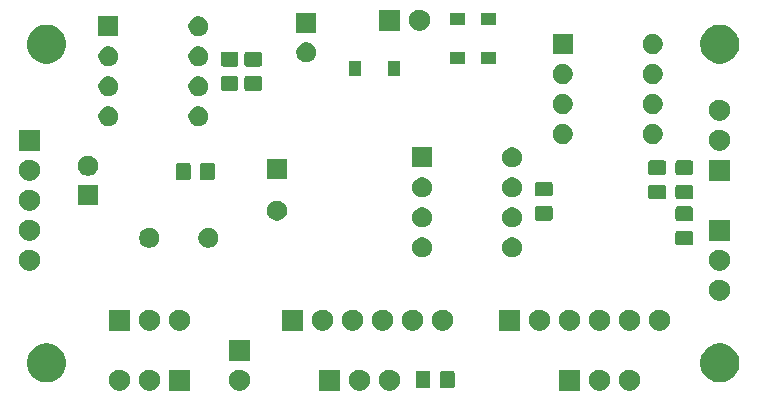
<source format=gbr>
G04 #@! TF.GenerationSoftware,KiCad,Pcbnew,(5.1.5)-3*
G04 #@! TF.CreationDate,2020-02-22T22:04:57-05:00*
G04 #@! TF.ProjectId,Semiparametric-EQ,53656d69-7061-4726-916d-65747269632d,rev?*
G04 #@! TF.SameCoordinates,Original*
G04 #@! TF.FileFunction,Soldermask,Top*
G04 #@! TF.FilePolarity,Negative*
%FSLAX46Y46*%
G04 Gerber Fmt 4.6, Leading zero omitted, Abs format (unit mm)*
G04 Created by KiCad (PCBNEW (5.1.5)-3) date 2020-02-22 22:04:57*
%MOMM*%
%LPD*%
G04 APERTURE LIST*
%ADD10C,0.100000*%
G04 APERTURE END LIST*
D10*
G36*
X53453512Y3436073D02*
G01*
X53602812Y3406376D01*
X53766784Y3338456D01*
X53914354Y3239853D01*
X54039853Y3114354D01*
X54138456Y2966784D01*
X54206376Y2802812D01*
X54241000Y2628741D01*
X54241000Y2451259D01*
X54206376Y2277188D01*
X54138456Y2113216D01*
X54039853Y1965646D01*
X53914354Y1840147D01*
X53766784Y1741544D01*
X53602812Y1673624D01*
X53453512Y1643927D01*
X53428742Y1639000D01*
X53251258Y1639000D01*
X53226488Y1643927D01*
X53077188Y1673624D01*
X52913216Y1741544D01*
X52765646Y1840147D01*
X52640147Y1965646D01*
X52541544Y2113216D01*
X52473624Y2277188D01*
X52439000Y2451259D01*
X52439000Y2628741D01*
X52473624Y2802812D01*
X52541544Y2966784D01*
X52640147Y3114354D01*
X52765646Y3239853D01*
X52913216Y3338456D01*
X53077188Y3406376D01*
X53226488Y3436073D01*
X53251258Y3441000D01*
X53428742Y3441000D01*
X53453512Y3436073D01*
G37*
G36*
X50913512Y3436073D02*
G01*
X51062812Y3406376D01*
X51226784Y3338456D01*
X51374354Y3239853D01*
X51499853Y3114354D01*
X51598456Y2966784D01*
X51666376Y2802812D01*
X51701000Y2628741D01*
X51701000Y2451259D01*
X51666376Y2277188D01*
X51598456Y2113216D01*
X51499853Y1965646D01*
X51374354Y1840147D01*
X51226784Y1741544D01*
X51062812Y1673624D01*
X50913512Y1643927D01*
X50888742Y1639000D01*
X50711258Y1639000D01*
X50686488Y1643927D01*
X50537188Y1673624D01*
X50373216Y1741544D01*
X50225646Y1840147D01*
X50100147Y1965646D01*
X50001544Y2113216D01*
X49933624Y2277188D01*
X49899000Y2451259D01*
X49899000Y2628741D01*
X49933624Y2802812D01*
X50001544Y2966784D01*
X50100147Y3114354D01*
X50225646Y3239853D01*
X50373216Y3338456D01*
X50537188Y3406376D01*
X50686488Y3436073D01*
X50711258Y3441000D01*
X50888742Y3441000D01*
X50913512Y3436073D01*
G37*
G36*
X20433512Y3436073D02*
G01*
X20582812Y3406376D01*
X20746784Y3338456D01*
X20894354Y3239853D01*
X21019853Y3114354D01*
X21118456Y2966784D01*
X21186376Y2802812D01*
X21221000Y2628741D01*
X21221000Y2451259D01*
X21186376Y2277188D01*
X21118456Y2113216D01*
X21019853Y1965646D01*
X20894354Y1840147D01*
X20746784Y1741544D01*
X20582812Y1673624D01*
X20433512Y1643927D01*
X20408742Y1639000D01*
X20231258Y1639000D01*
X20206488Y1643927D01*
X20057188Y1673624D01*
X19893216Y1741544D01*
X19745646Y1840147D01*
X19620147Y1965646D01*
X19521544Y2113216D01*
X19453624Y2277188D01*
X19419000Y2451259D01*
X19419000Y2628741D01*
X19453624Y2802812D01*
X19521544Y2966784D01*
X19620147Y3114354D01*
X19745646Y3239853D01*
X19893216Y3338456D01*
X20057188Y3406376D01*
X20206488Y3436073D01*
X20231258Y3441000D01*
X20408742Y3441000D01*
X20433512Y3436073D01*
G37*
G36*
X49161000Y1639000D02*
G01*
X47359000Y1639000D01*
X47359000Y3441000D01*
X49161000Y3441000D01*
X49161000Y1639000D01*
G37*
G36*
X33133512Y3436073D02*
G01*
X33282812Y3406376D01*
X33446784Y3338456D01*
X33594354Y3239853D01*
X33719853Y3114354D01*
X33818456Y2966784D01*
X33886376Y2802812D01*
X33921000Y2628741D01*
X33921000Y2451259D01*
X33886376Y2277188D01*
X33818456Y2113216D01*
X33719853Y1965646D01*
X33594354Y1840147D01*
X33446784Y1741544D01*
X33282812Y1673624D01*
X33133512Y1643927D01*
X33108742Y1639000D01*
X32931258Y1639000D01*
X32906488Y1643927D01*
X32757188Y1673624D01*
X32593216Y1741544D01*
X32445646Y1840147D01*
X32320147Y1965646D01*
X32221544Y2113216D01*
X32153624Y2277188D01*
X32119000Y2451259D01*
X32119000Y2628741D01*
X32153624Y2802812D01*
X32221544Y2966784D01*
X32320147Y3114354D01*
X32445646Y3239853D01*
X32593216Y3338456D01*
X32757188Y3406376D01*
X32906488Y3436073D01*
X32931258Y3441000D01*
X33108742Y3441000D01*
X33133512Y3436073D01*
G37*
G36*
X30593512Y3436073D02*
G01*
X30742812Y3406376D01*
X30906784Y3338456D01*
X31054354Y3239853D01*
X31179853Y3114354D01*
X31278456Y2966784D01*
X31346376Y2802812D01*
X31381000Y2628741D01*
X31381000Y2451259D01*
X31346376Y2277188D01*
X31278456Y2113216D01*
X31179853Y1965646D01*
X31054354Y1840147D01*
X30906784Y1741544D01*
X30742812Y1673624D01*
X30593512Y1643927D01*
X30568742Y1639000D01*
X30391258Y1639000D01*
X30366488Y1643927D01*
X30217188Y1673624D01*
X30053216Y1741544D01*
X29905646Y1840147D01*
X29780147Y1965646D01*
X29681544Y2113216D01*
X29613624Y2277188D01*
X29579000Y2451259D01*
X29579000Y2628741D01*
X29613624Y2802812D01*
X29681544Y2966784D01*
X29780147Y3114354D01*
X29905646Y3239853D01*
X30053216Y3338456D01*
X30217188Y3406376D01*
X30366488Y3436073D01*
X30391258Y3441000D01*
X30568742Y3441000D01*
X30593512Y3436073D01*
G37*
G36*
X16141000Y1639000D02*
G01*
X14339000Y1639000D01*
X14339000Y3441000D01*
X16141000Y3441000D01*
X16141000Y1639000D01*
G37*
G36*
X12813512Y3436073D02*
G01*
X12962812Y3406376D01*
X13126784Y3338456D01*
X13274354Y3239853D01*
X13399853Y3114354D01*
X13498456Y2966784D01*
X13566376Y2802812D01*
X13601000Y2628741D01*
X13601000Y2451259D01*
X13566376Y2277188D01*
X13498456Y2113216D01*
X13399853Y1965646D01*
X13274354Y1840147D01*
X13126784Y1741544D01*
X12962812Y1673624D01*
X12813512Y1643927D01*
X12788742Y1639000D01*
X12611258Y1639000D01*
X12586488Y1643927D01*
X12437188Y1673624D01*
X12273216Y1741544D01*
X12125646Y1840147D01*
X12000147Y1965646D01*
X11901544Y2113216D01*
X11833624Y2277188D01*
X11799000Y2451259D01*
X11799000Y2628741D01*
X11833624Y2802812D01*
X11901544Y2966784D01*
X12000147Y3114354D01*
X12125646Y3239853D01*
X12273216Y3338456D01*
X12437188Y3406376D01*
X12586488Y3436073D01*
X12611258Y3441000D01*
X12788742Y3441000D01*
X12813512Y3436073D01*
G37*
G36*
X10273512Y3436073D02*
G01*
X10422812Y3406376D01*
X10586784Y3338456D01*
X10734354Y3239853D01*
X10859853Y3114354D01*
X10958456Y2966784D01*
X11026376Y2802812D01*
X11061000Y2628741D01*
X11061000Y2451259D01*
X11026376Y2277188D01*
X10958456Y2113216D01*
X10859853Y1965646D01*
X10734354Y1840147D01*
X10586784Y1741544D01*
X10422812Y1673624D01*
X10273512Y1643927D01*
X10248742Y1639000D01*
X10071258Y1639000D01*
X10046488Y1643927D01*
X9897188Y1673624D01*
X9733216Y1741544D01*
X9585646Y1840147D01*
X9460147Y1965646D01*
X9361544Y2113216D01*
X9293624Y2277188D01*
X9259000Y2451259D01*
X9259000Y2628741D01*
X9293624Y2802812D01*
X9361544Y2966784D01*
X9460147Y3114354D01*
X9585646Y3239853D01*
X9733216Y3338456D01*
X9897188Y3406376D01*
X10046488Y3436073D01*
X10071258Y3441000D01*
X10248742Y3441000D01*
X10273512Y3436073D01*
G37*
G36*
X28841000Y1639000D02*
G01*
X27039000Y1639000D01*
X27039000Y3441000D01*
X28841000Y3441000D01*
X28841000Y1639000D01*
G37*
G36*
X36338674Y3346535D02*
G01*
X36376367Y3335101D01*
X36411103Y3316534D01*
X36441548Y3291548D01*
X36466534Y3261103D01*
X36485101Y3226367D01*
X36496535Y3188674D01*
X36501000Y3143339D01*
X36501000Y2056661D01*
X36496535Y2011326D01*
X36485101Y1973633D01*
X36466534Y1938897D01*
X36441548Y1908452D01*
X36411103Y1883466D01*
X36376367Y1864899D01*
X36338674Y1853465D01*
X36293339Y1849000D01*
X35456661Y1849000D01*
X35411326Y1853465D01*
X35373633Y1864899D01*
X35338897Y1883466D01*
X35308452Y1908452D01*
X35283466Y1938897D01*
X35264899Y1973633D01*
X35253465Y2011326D01*
X35249000Y2056661D01*
X35249000Y3143339D01*
X35253465Y3188674D01*
X35264899Y3226367D01*
X35283466Y3261103D01*
X35308452Y3291548D01*
X35338897Y3316534D01*
X35373633Y3335101D01*
X35411326Y3346535D01*
X35456661Y3351000D01*
X36293339Y3351000D01*
X36338674Y3346535D01*
G37*
G36*
X38388674Y3346535D02*
G01*
X38426367Y3335101D01*
X38461103Y3316534D01*
X38491548Y3291548D01*
X38516534Y3261103D01*
X38535101Y3226367D01*
X38546535Y3188674D01*
X38551000Y3143339D01*
X38551000Y2056661D01*
X38546535Y2011326D01*
X38535101Y1973633D01*
X38516534Y1938897D01*
X38491548Y1908452D01*
X38461103Y1883466D01*
X38426367Y1864899D01*
X38388674Y1853465D01*
X38343339Y1849000D01*
X37506661Y1849000D01*
X37461326Y1853465D01*
X37423633Y1864899D01*
X37388897Y1883466D01*
X37358452Y1908452D01*
X37333466Y1938897D01*
X37314899Y1973633D01*
X37303465Y2011326D01*
X37299000Y2056661D01*
X37299000Y3143339D01*
X37303465Y3188674D01*
X37314899Y3226367D01*
X37333466Y3261103D01*
X37358452Y3291548D01*
X37388897Y3316534D01*
X37423633Y3335101D01*
X37461326Y3346535D01*
X37506661Y3351000D01*
X38343339Y3351000D01*
X38388674Y3346535D01*
G37*
G36*
X4375256Y5608702D02*
G01*
X4481579Y5587553D01*
X4782042Y5463097D01*
X5052451Y5282415D01*
X5282415Y5052451D01*
X5463097Y4782042D01*
X5587553Y4481579D01*
X5651000Y4162609D01*
X5651000Y3837391D01*
X5587553Y3518421D01*
X5463097Y3217958D01*
X5282415Y2947549D01*
X5052451Y2717585D01*
X4782042Y2536903D01*
X4481579Y2412447D01*
X4375256Y2391298D01*
X4162611Y2349000D01*
X3837389Y2349000D01*
X3624744Y2391298D01*
X3518421Y2412447D01*
X3217958Y2536903D01*
X2947549Y2717585D01*
X2717585Y2947549D01*
X2536903Y3217958D01*
X2412447Y3518421D01*
X2349000Y3837391D01*
X2349000Y4162609D01*
X2412447Y4481579D01*
X2536903Y4782042D01*
X2717585Y5052451D01*
X2947549Y5282415D01*
X3217958Y5463097D01*
X3518421Y5587553D01*
X3624744Y5608702D01*
X3837389Y5651000D01*
X4162611Y5651000D01*
X4375256Y5608702D01*
G37*
G36*
X61375256Y5608702D02*
G01*
X61481579Y5587553D01*
X61782042Y5463097D01*
X62052451Y5282415D01*
X62282415Y5052451D01*
X62463097Y4782042D01*
X62587553Y4481579D01*
X62651000Y4162609D01*
X62651000Y3837391D01*
X62587553Y3518421D01*
X62463097Y3217958D01*
X62282415Y2947549D01*
X62052451Y2717585D01*
X61782042Y2536903D01*
X61481579Y2412447D01*
X61375256Y2391298D01*
X61162611Y2349000D01*
X60837389Y2349000D01*
X60624744Y2391298D01*
X60518421Y2412447D01*
X60217958Y2536903D01*
X59947549Y2717585D01*
X59717585Y2947549D01*
X59536903Y3217958D01*
X59412447Y3518421D01*
X59349000Y3837391D01*
X59349000Y4162609D01*
X59412447Y4481579D01*
X59536903Y4782042D01*
X59717585Y5052451D01*
X59947549Y5282415D01*
X60217958Y5463097D01*
X60518421Y5587553D01*
X60624744Y5608702D01*
X60837389Y5651000D01*
X61162611Y5651000D01*
X61375256Y5608702D01*
G37*
G36*
X21221000Y4179000D02*
G01*
X19419000Y4179000D01*
X19419000Y5981000D01*
X21221000Y5981000D01*
X21221000Y4179000D01*
G37*
G36*
X53453512Y8516073D02*
G01*
X53602812Y8486376D01*
X53766784Y8418456D01*
X53914354Y8319853D01*
X54039853Y8194354D01*
X54138456Y8046784D01*
X54206376Y7882812D01*
X54241000Y7708741D01*
X54241000Y7531259D01*
X54206376Y7357188D01*
X54138456Y7193216D01*
X54039853Y7045646D01*
X53914354Y6920147D01*
X53766784Y6821544D01*
X53602812Y6753624D01*
X53453512Y6723927D01*
X53428742Y6719000D01*
X53251258Y6719000D01*
X53226488Y6723927D01*
X53077188Y6753624D01*
X52913216Y6821544D01*
X52765646Y6920147D01*
X52640147Y7045646D01*
X52541544Y7193216D01*
X52473624Y7357188D01*
X52439000Y7531259D01*
X52439000Y7708741D01*
X52473624Y7882812D01*
X52541544Y8046784D01*
X52640147Y8194354D01*
X52765646Y8319853D01*
X52913216Y8418456D01*
X53077188Y8486376D01*
X53226488Y8516073D01*
X53251258Y8521000D01*
X53428742Y8521000D01*
X53453512Y8516073D01*
G37*
G36*
X50913512Y8516073D02*
G01*
X51062812Y8486376D01*
X51226784Y8418456D01*
X51374354Y8319853D01*
X51499853Y8194354D01*
X51598456Y8046784D01*
X51666376Y7882812D01*
X51701000Y7708741D01*
X51701000Y7531259D01*
X51666376Y7357188D01*
X51598456Y7193216D01*
X51499853Y7045646D01*
X51374354Y6920147D01*
X51226784Y6821544D01*
X51062812Y6753624D01*
X50913512Y6723927D01*
X50888742Y6719000D01*
X50711258Y6719000D01*
X50686488Y6723927D01*
X50537188Y6753624D01*
X50373216Y6821544D01*
X50225646Y6920147D01*
X50100147Y7045646D01*
X50001544Y7193216D01*
X49933624Y7357188D01*
X49899000Y7531259D01*
X49899000Y7708741D01*
X49933624Y7882812D01*
X50001544Y8046784D01*
X50100147Y8194354D01*
X50225646Y8319853D01*
X50373216Y8418456D01*
X50537188Y8486376D01*
X50686488Y8516073D01*
X50711258Y8521000D01*
X50888742Y8521000D01*
X50913512Y8516073D01*
G37*
G36*
X55993512Y8516073D02*
G01*
X56142812Y8486376D01*
X56306784Y8418456D01*
X56454354Y8319853D01*
X56579853Y8194354D01*
X56678456Y8046784D01*
X56746376Y7882812D01*
X56781000Y7708741D01*
X56781000Y7531259D01*
X56746376Y7357188D01*
X56678456Y7193216D01*
X56579853Y7045646D01*
X56454354Y6920147D01*
X56306784Y6821544D01*
X56142812Y6753624D01*
X55993512Y6723927D01*
X55968742Y6719000D01*
X55791258Y6719000D01*
X55766488Y6723927D01*
X55617188Y6753624D01*
X55453216Y6821544D01*
X55305646Y6920147D01*
X55180147Y7045646D01*
X55081544Y7193216D01*
X55013624Y7357188D01*
X54979000Y7531259D01*
X54979000Y7708741D01*
X55013624Y7882812D01*
X55081544Y8046784D01*
X55180147Y8194354D01*
X55305646Y8319853D01*
X55453216Y8418456D01*
X55617188Y8486376D01*
X55766488Y8516073D01*
X55791258Y8521000D01*
X55968742Y8521000D01*
X55993512Y8516073D01*
G37*
G36*
X48373512Y8516073D02*
G01*
X48522812Y8486376D01*
X48686784Y8418456D01*
X48834354Y8319853D01*
X48959853Y8194354D01*
X49058456Y8046784D01*
X49126376Y7882812D01*
X49161000Y7708741D01*
X49161000Y7531259D01*
X49126376Y7357188D01*
X49058456Y7193216D01*
X48959853Y7045646D01*
X48834354Y6920147D01*
X48686784Y6821544D01*
X48522812Y6753624D01*
X48373512Y6723927D01*
X48348742Y6719000D01*
X48171258Y6719000D01*
X48146488Y6723927D01*
X47997188Y6753624D01*
X47833216Y6821544D01*
X47685646Y6920147D01*
X47560147Y7045646D01*
X47461544Y7193216D01*
X47393624Y7357188D01*
X47359000Y7531259D01*
X47359000Y7708741D01*
X47393624Y7882812D01*
X47461544Y8046784D01*
X47560147Y8194354D01*
X47685646Y8319853D01*
X47833216Y8418456D01*
X47997188Y8486376D01*
X48146488Y8516073D01*
X48171258Y8521000D01*
X48348742Y8521000D01*
X48373512Y8516073D01*
G37*
G36*
X45833512Y8516073D02*
G01*
X45982812Y8486376D01*
X46146784Y8418456D01*
X46294354Y8319853D01*
X46419853Y8194354D01*
X46518456Y8046784D01*
X46586376Y7882812D01*
X46621000Y7708741D01*
X46621000Y7531259D01*
X46586376Y7357188D01*
X46518456Y7193216D01*
X46419853Y7045646D01*
X46294354Y6920147D01*
X46146784Y6821544D01*
X45982812Y6753624D01*
X45833512Y6723927D01*
X45808742Y6719000D01*
X45631258Y6719000D01*
X45606488Y6723927D01*
X45457188Y6753624D01*
X45293216Y6821544D01*
X45145646Y6920147D01*
X45020147Y7045646D01*
X44921544Y7193216D01*
X44853624Y7357188D01*
X44819000Y7531259D01*
X44819000Y7708741D01*
X44853624Y7882812D01*
X44921544Y8046784D01*
X45020147Y8194354D01*
X45145646Y8319853D01*
X45293216Y8418456D01*
X45457188Y8486376D01*
X45606488Y8516073D01*
X45631258Y8521000D01*
X45808742Y8521000D01*
X45833512Y8516073D01*
G37*
G36*
X44081000Y6719000D02*
G01*
X42279000Y6719000D01*
X42279000Y8521000D01*
X44081000Y8521000D01*
X44081000Y6719000D01*
G37*
G36*
X15353512Y8516073D02*
G01*
X15502812Y8486376D01*
X15666784Y8418456D01*
X15814354Y8319853D01*
X15939853Y8194354D01*
X16038456Y8046784D01*
X16106376Y7882812D01*
X16141000Y7708741D01*
X16141000Y7531259D01*
X16106376Y7357188D01*
X16038456Y7193216D01*
X15939853Y7045646D01*
X15814354Y6920147D01*
X15666784Y6821544D01*
X15502812Y6753624D01*
X15353512Y6723927D01*
X15328742Y6719000D01*
X15151258Y6719000D01*
X15126488Y6723927D01*
X14977188Y6753624D01*
X14813216Y6821544D01*
X14665646Y6920147D01*
X14540147Y7045646D01*
X14441544Y7193216D01*
X14373624Y7357188D01*
X14339000Y7531259D01*
X14339000Y7708741D01*
X14373624Y7882812D01*
X14441544Y8046784D01*
X14540147Y8194354D01*
X14665646Y8319853D01*
X14813216Y8418456D01*
X14977188Y8486376D01*
X15126488Y8516073D01*
X15151258Y8521000D01*
X15328742Y8521000D01*
X15353512Y8516073D01*
G37*
G36*
X11061000Y6719000D02*
G01*
X9259000Y6719000D01*
X9259000Y8521000D01*
X11061000Y8521000D01*
X11061000Y6719000D01*
G37*
G36*
X37653512Y8516073D02*
G01*
X37802812Y8486376D01*
X37966784Y8418456D01*
X38114354Y8319853D01*
X38239853Y8194354D01*
X38338456Y8046784D01*
X38406376Y7882812D01*
X38441000Y7708741D01*
X38441000Y7531259D01*
X38406376Y7357188D01*
X38338456Y7193216D01*
X38239853Y7045646D01*
X38114354Y6920147D01*
X37966784Y6821544D01*
X37802812Y6753624D01*
X37653512Y6723927D01*
X37628742Y6719000D01*
X37451258Y6719000D01*
X37426488Y6723927D01*
X37277188Y6753624D01*
X37113216Y6821544D01*
X36965646Y6920147D01*
X36840147Y7045646D01*
X36741544Y7193216D01*
X36673624Y7357188D01*
X36639000Y7531259D01*
X36639000Y7708741D01*
X36673624Y7882812D01*
X36741544Y8046784D01*
X36840147Y8194354D01*
X36965646Y8319853D01*
X37113216Y8418456D01*
X37277188Y8486376D01*
X37426488Y8516073D01*
X37451258Y8521000D01*
X37628742Y8521000D01*
X37653512Y8516073D01*
G37*
G36*
X35113512Y8516073D02*
G01*
X35262812Y8486376D01*
X35426784Y8418456D01*
X35574354Y8319853D01*
X35699853Y8194354D01*
X35798456Y8046784D01*
X35866376Y7882812D01*
X35901000Y7708741D01*
X35901000Y7531259D01*
X35866376Y7357188D01*
X35798456Y7193216D01*
X35699853Y7045646D01*
X35574354Y6920147D01*
X35426784Y6821544D01*
X35262812Y6753624D01*
X35113512Y6723927D01*
X35088742Y6719000D01*
X34911258Y6719000D01*
X34886488Y6723927D01*
X34737188Y6753624D01*
X34573216Y6821544D01*
X34425646Y6920147D01*
X34300147Y7045646D01*
X34201544Y7193216D01*
X34133624Y7357188D01*
X34099000Y7531259D01*
X34099000Y7708741D01*
X34133624Y7882812D01*
X34201544Y8046784D01*
X34300147Y8194354D01*
X34425646Y8319853D01*
X34573216Y8418456D01*
X34737188Y8486376D01*
X34886488Y8516073D01*
X34911258Y8521000D01*
X35088742Y8521000D01*
X35113512Y8516073D01*
G37*
G36*
X25741000Y6719000D02*
G01*
X23939000Y6719000D01*
X23939000Y8521000D01*
X25741000Y8521000D01*
X25741000Y6719000D01*
G37*
G36*
X27493512Y8516073D02*
G01*
X27642812Y8486376D01*
X27806784Y8418456D01*
X27954354Y8319853D01*
X28079853Y8194354D01*
X28178456Y8046784D01*
X28246376Y7882812D01*
X28281000Y7708741D01*
X28281000Y7531259D01*
X28246376Y7357188D01*
X28178456Y7193216D01*
X28079853Y7045646D01*
X27954354Y6920147D01*
X27806784Y6821544D01*
X27642812Y6753624D01*
X27493512Y6723927D01*
X27468742Y6719000D01*
X27291258Y6719000D01*
X27266488Y6723927D01*
X27117188Y6753624D01*
X26953216Y6821544D01*
X26805646Y6920147D01*
X26680147Y7045646D01*
X26581544Y7193216D01*
X26513624Y7357188D01*
X26479000Y7531259D01*
X26479000Y7708741D01*
X26513624Y7882812D01*
X26581544Y8046784D01*
X26680147Y8194354D01*
X26805646Y8319853D01*
X26953216Y8418456D01*
X27117188Y8486376D01*
X27266488Y8516073D01*
X27291258Y8521000D01*
X27468742Y8521000D01*
X27493512Y8516073D01*
G37*
G36*
X30033512Y8516073D02*
G01*
X30182812Y8486376D01*
X30346784Y8418456D01*
X30494354Y8319853D01*
X30619853Y8194354D01*
X30718456Y8046784D01*
X30786376Y7882812D01*
X30821000Y7708741D01*
X30821000Y7531259D01*
X30786376Y7357188D01*
X30718456Y7193216D01*
X30619853Y7045646D01*
X30494354Y6920147D01*
X30346784Y6821544D01*
X30182812Y6753624D01*
X30033512Y6723927D01*
X30008742Y6719000D01*
X29831258Y6719000D01*
X29806488Y6723927D01*
X29657188Y6753624D01*
X29493216Y6821544D01*
X29345646Y6920147D01*
X29220147Y7045646D01*
X29121544Y7193216D01*
X29053624Y7357188D01*
X29019000Y7531259D01*
X29019000Y7708741D01*
X29053624Y7882812D01*
X29121544Y8046784D01*
X29220147Y8194354D01*
X29345646Y8319853D01*
X29493216Y8418456D01*
X29657188Y8486376D01*
X29806488Y8516073D01*
X29831258Y8521000D01*
X30008742Y8521000D01*
X30033512Y8516073D01*
G37*
G36*
X32573512Y8516073D02*
G01*
X32722812Y8486376D01*
X32886784Y8418456D01*
X33034354Y8319853D01*
X33159853Y8194354D01*
X33258456Y8046784D01*
X33326376Y7882812D01*
X33361000Y7708741D01*
X33361000Y7531259D01*
X33326376Y7357188D01*
X33258456Y7193216D01*
X33159853Y7045646D01*
X33034354Y6920147D01*
X32886784Y6821544D01*
X32722812Y6753624D01*
X32573512Y6723927D01*
X32548742Y6719000D01*
X32371258Y6719000D01*
X32346488Y6723927D01*
X32197188Y6753624D01*
X32033216Y6821544D01*
X31885646Y6920147D01*
X31760147Y7045646D01*
X31661544Y7193216D01*
X31593624Y7357188D01*
X31559000Y7531259D01*
X31559000Y7708741D01*
X31593624Y7882812D01*
X31661544Y8046784D01*
X31760147Y8194354D01*
X31885646Y8319853D01*
X32033216Y8418456D01*
X32197188Y8486376D01*
X32346488Y8516073D01*
X32371258Y8521000D01*
X32548742Y8521000D01*
X32573512Y8516073D01*
G37*
G36*
X12813512Y8516073D02*
G01*
X12962812Y8486376D01*
X13126784Y8418456D01*
X13274354Y8319853D01*
X13399853Y8194354D01*
X13498456Y8046784D01*
X13566376Y7882812D01*
X13601000Y7708741D01*
X13601000Y7531259D01*
X13566376Y7357188D01*
X13498456Y7193216D01*
X13399853Y7045646D01*
X13274354Y6920147D01*
X13126784Y6821544D01*
X12962812Y6753624D01*
X12813512Y6723927D01*
X12788742Y6719000D01*
X12611258Y6719000D01*
X12586488Y6723927D01*
X12437188Y6753624D01*
X12273216Y6821544D01*
X12125646Y6920147D01*
X12000147Y7045646D01*
X11901544Y7193216D01*
X11833624Y7357188D01*
X11799000Y7531259D01*
X11799000Y7708741D01*
X11833624Y7882812D01*
X11901544Y8046784D01*
X12000147Y8194354D01*
X12125646Y8319853D01*
X12273216Y8418456D01*
X12437188Y8486376D01*
X12586488Y8516073D01*
X12611258Y8521000D01*
X12788742Y8521000D01*
X12813512Y8516073D01*
G37*
G36*
X61073512Y11056073D02*
G01*
X61222812Y11026376D01*
X61386784Y10958456D01*
X61534354Y10859853D01*
X61659853Y10734354D01*
X61758456Y10586784D01*
X61826376Y10422812D01*
X61861000Y10248741D01*
X61861000Y10071259D01*
X61826376Y9897188D01*
X61758456Y9733216D01*
X61659853Y9585646D01*
X61534354Y9460147D01*
X61386784Y9361544D01*
X61222812Y9293624D01*
X61073512Y9263927D01*
X61048742Y9259000D01*
X60871258Y9259000D01*
X60846488Y9263927D01*
X60697188Y9293624D01*
X60533216Y9361544D01*
X60385646Y9460147D01*
X60260147Y9585646D01*
X60161544Y9733216D01*
X60093624Y9897188D01*
X60059000Y10071259D01*
X60059000Y10248741D01*
X60093624Y10422812D01*
X60161544Y10586784D01*
X60260147Y10734354D01*
X60385646Y10859853D01*
X60533216Y10958456D01*
X60697188Y11026376D01*
X60846488Y11056073D01*
X60871258Y11061000D01*
X61048742Y11061000D01*
X61073512Y11056073D01*
G37*
G36*
X61073512Y13596073D02*
G01*
X61222812Y13566376D01*
X61386784Y13498456D01*
X61534354Y13399853D01*
X61659853Y13274354D01*
X61758456Y13126784D01*
X61826376Y12962812D01*
X61861000Y12788741D01*
X61861000Y12611259D01*
X61826376Y12437188D01*
X61758456Y12273216D01*
X61659853Y12125646D01*
X61534354Y12000147D01*
X61386784Y11901544D01*
X61222812Y11833624D01*
X61073512Y11803927D01*
X61048742Y11799000D01*
X60871258Y11799000D01*
X60846488Y11803927D01*
X60697188Y11833624D01*
X60533216Y11901544D01*
X60385646Y12000147D01*
X60260147Y12125646D01*
X60161544Y12273216D01*
X60093624Y12437188D01*
X60059000Y12611259D01*
X60059000Y12788741D01*
X60093624Y12962812D01*
X60161544Y13126784D01*
X60260147Y13274354D01*
X60385646Y13399853D01*
X60533216Y13498456D01*
X60697188Y13566376D01*
X60846488Y13596073D01*
X60871258Y13601000D01*
X61048742Y13601000D01*
X61073512Y13596073D01*
G37*
G36*
X2653512Y13596073D02*
G01*
X2802812Y13566376D01*
X2966784Y13498456D01*
X3114354Y13399853D01*
X3239853Y13274354D01*
X3338456Y13126784D01*
X3406376Y12962812D01*
X3441000Y12788741D01*
X3441000Y12611259D01*
X3406376Y12437188D01*
X3338456Y12273216D01*
X3239853Y12125646D01*
X3114354Y12000147D01*
X2966784Y11901544D01*
X2802812Y11833624D01*
X2653512Y11803927D01*
X2628742Y11799000D01*
X2451258Y11799000D01*
X2426488Y11803927D01*
X2277188Y11833624D01*
X2113216Y11901544D01*
X1965646Y12000147D01*
X1840147Y12125646D01*
X1741544Y12273216D01*
X1673624Y12437188D01*
X1639000Y12611259D01*
X1639000Y12788741D01*
X1673624Y12962812D01*
X1741544Y13126784D01*
X1840147Y13274354D01*
X1965646Y13399853D01*
X2113216Y13498456D01*
X2277188Y13566376D01*
X2426488Y13596073D01*
X2451258Y13601000D01*
X2628742Y13601000D01*
X2653512Y13596073D01*
G37*
G36*
X43668228Y14598297D02*
G01*
X43823100Y14534147D01*
X43962481Y14441015D01*
X44081015Y14322481D01*
X44174147Y14183100D01*
X44238297Y14028228D01*
X44271000Y13863816D01*
X44271000Y13696184D01*
X44238297Y13531772D01*
X44174147Y13376900D01*
X44081015Y13237519D01*
X43962481Y13118985D01*
X43823100Y13025853D01*
X43668228Y12961703D01*
X43503816Y12929000D01*
X43336184Y12929000D01*
X43171772Y12961703D01*
X43016900Y13025853D01*
X42877519Y13118985D01*
X42758985Y13237519D01*
X42665853Y13376900D01*
X42601703Y13531772D01*
X42569000Y13696184D01*
X42569000Y13863816D01*
X42601703Y14028228D01*
X42665853Y14183100D01*
X42758985Y14322481D01*
X42877519Y14441015D01*
X43016900Y14534147D01*
X43171772Y14598297D01*
X43336184Y14631000D01*
X43503816Y14631000D01*
X43668228Y14598297D01*
G37*
G36*
X36048228Y14598297D02*
G01*
X36203100Y14534147D01*
X36342481Y14441015D01*
X36461015Y14322481D01*
X36554147Y14183100D01*
X36618297Y14028228D01*
X36651000Y13863816D01*
X36651000Y13696184D01*
X36618297Y13531772D01*
X36554147Y13376900D01*
X36461015Y13237519D01*
X36342481Y13118985D01*
X36203100Y13025853D01*
X36048228Y12961703D01*
X35883816Y12929000D01*
X35716184Y12929000D01*
X35551772Y12961703D01*
X35396900Y13025853D01*
X35257519Y13118985D01*
X35138985Y13237519D01*
X35045853Y13376900D01*
X34981703Y13531772D01*
X34949000Y13696184D01*
X34949000Y13863816D01*
X34981703Y14028228D01*
X35045853Y14183100D01*
X35138985Y14322481D01*
X35257519Y14441015D01*
X35396900Y14534147D01*
X35551772Y14598297D01*
X35716184Y14631000D01*
X35883816Y14631000D01*
X36048228Y14598297D01*
G37*
G36*
X12948228Y15418297D02*
G01*
X13103100Y15354147D01*
X13242481Y15261015D01*
X13361015Y15142481D01*
X13454147Y15003100D01*
X13518297Y14848228D01*
X13551000Y14683816D01*
X13551000Y14516184D01*
X13518297Y14351772D01*
X13454147Y14196900D01*
X13361015Y14057519D01*
X13242481Y13938985D01*
X13103100Y13845853D01*
X12948228Y13781703D01*
X12783816Y13749000D01*
X12616184Y13749000D01*
X12451772Y13781703D01*
X12296900Y13845853D01*
X12157519Y13938985D01*
X12038985Y14057519D01*
X11945853Y14196900D01*
X11881703Y14351772D01*
X11849000Y14516184D01*
X11849000Y14683816D01*
X11881703Y14848228D01*
X11945853Y15003100D01*
X12038985Y15142481D01*
X12157519Y15261015D01*
X12296900Y15354147D01*
X12451772Y15418297D01*
X12616184Y15451000D01*
X12783816Y15451000D01*
X12948228Y15418297D01*
G37*
G36*
X17948228Y15418297D02*
G01*
X18103100Y15354147D01*
X18242481Y15261015D01*
X18361015Y15142481D01*
X18454147Y15003100D01*
X18518297Y14848228D01*
X18551000Y14683816D01*
X18551000Y14516184D01*
X18518297Y14351772D01*
X18454147Y14196900D01*
X18361015Y14057519D01*
X18242481Y13938985D01*
X18103100Y13845853D01*
X17948228Y13781703D01*
X17783816Y13749000D01*
X17616184Y13749000D01*
X17451772Y13781703D01*
X17296900Y13845853D01*
X17157519Y13938985D01*
X17038985Y14057519D01*
X16945853Y14196900D01*
X16881703Y14351772D01*
X16849000Y14516184D01*
X16849000Y14683816D01*
X16881703Y14848228D01*
X16945853Y15003100D01*
X17038985Y15142481D01*
X17157519Y15261015D01*
X17296900Y15354147D01*
X17451772Y15418297D01*
X17616184Y15451000D01*
X17783816Y15451000D01*
X17948228Y15418297D01*
G37*
G36*
X58588674Y15196535D02*
G01*
X58626367Y15185101D01*
X58661103Y15166534D01*
X58691548Y15141548D01*
X58716534Y15111103D01*
X58735101Y15076367D01*
X58746535Y15038674D01*
X58751000Y14993339D01*
X58751000Y14156661D01*
X58746535Y14111326D01*
X58735101Y14073633D01*
X58716534Y14038897D01*
X58691548Y14008452D01*
X58661103Y13983466D01*
X58626367Y13964899D01*
X58588674Y13953465D01*
X58543339Y13949000D01*
X57456661Y13949000D01*
X57411326Y13953465D01*
X57373633Y13964899D01*
X57338897Y13983466D01*
X57308452Y14008452D01*
X57283466Y14038897D01*
X57264899Y14073633D01*
X57253465Y14111326D01*
X57249000Y14156661D01*
X57249000Y14993339D01*
X57253465Y15038674D01*
X57264899Y15076367D01*
X57283466Y15111103D01*
X57308452Y15141548D01*
X57338897Y15166534D01*
X57373633Y15185101D01*
X57411326Y15196535D01*
X57456661Y15201000D01*
X58543339Y15201000D01*
X58588674Y15196535D01*
G37*
G36*
X61861000Y14339000D02*
G01*
X60059000Y14339000D01*
X60059000Y16141000D01*
X61861000Y16141000D01*
X61861000Y14339000D01*
G37*
G36*
X2639314Y16138897D02*
G01*
X2802812Y16106376D01*
X2966784Y16038456D01*
X3114354Y15939853D01*
X3239853Y15814354D01*
X3338456Y15666784D01*
X3406376Y15502812D01*
X3423187Y15418295D01*
X3441000Y15328742D01*
X3441000Y15151258D01*
X3436073Y15126488D01*
X3406376Y14977188D01*
X3338456Y14813216D01*
X3239853Y14665646D01*
X3114354Y14540147D01*
X2966784Y14441544D01*
X2802812Y14373624D01*
X2653512Y14343927D01*
X2628742Y14339000D01*
X2451258Y14339000D01*
X2426488Y14343927D01*
X2277188Y14373624D01*
X2113216Y14441544D01*
X1965646Y14540147D01*
X1840147Y14665646D01*
X1741544Y14813216D01*
X1673624Y14977188D01*
X1643927Y15126488D01*
X1639000Y15151258D01*
X1639000Y15328742D01*
X1656813Y15418295D01*
X1673624Y15502812D01*
X1741544Y15666784D01*
X1840147Y15814354D01*
X1965646Y15939853D01*
X2113216Y16038456D01*
X2277188Y16106376D01*
X2440686Y16138897D01*
X2451258Y16141000D01*
X2628742Y16141000D01*
X2639314Y16138897D01*
G37*
G36*
X36048228Y17138297D02*
G01*
X36203100Y17074147D01*
X36342481Y16981015D01*
X36461015Y16862481D01*
X36554147Y16723100D01*
X36618297Y16568228D01*
X36651000Y16403816D01*
X36651000Y16236184D01*
X36618297Y16071772D01*
X36554147Y15916900D01*
X36461015Y15777519D01*
X36342481Y15658985D01*
X36203100Y15565853D01*
X36048228Y15501703D01*
X35883816Y15469000D01*
X35716184Y15469000D01*
X35551772Y15501703D01*
X35396900Y15565853D01*
X35257519Y15658985D01*
X35138985Y15777519D01*
X35045853Y15916900D01*
X34981703Y16071772D01*
X34949000Y16236184D01*
X34949000Y16403816D01*
X34981703Y16568228D01*
X35045853Y16723100D01*
X35138985Y16862481D01*
X35257519Y16981015D01*
X35396900Y17074147D01*
X35551772Y17138297D01*
X35716184Y17171000D01*
X35883816Y17171000D01*
X36048228Y17138297D01*
G37*
G36*
X43668228Y17138297D02*
G01*
X43823100Y17074147D01*
X43962481Y16981015D01*
X44081015Y16862481D01*
X44174147Y16723100D01*
X44238297Y16568228D01*
X44271000Y16403816D01*
X44271000Y16236184D01*
X44238297Y16071772D01*
X44174147Y15916900D01*
X44081015Y15777519D01*
X43962481Y15658985D01*
X43823100Y15565853D01*
X43668228Y15501703D01*
X43503816Y15469000D01*
X43336184Y15469000D01*
X43171772Y15501703D01*
X43016900Y15565853D01*
X42877519Y15658985D01*
X42758985Y15777519D01*
X42665853Y15916900D01*
X42601703Y16071772D01*
X42569000Y16236184D01*
X42569000Y16403816D01*
X42601703Y16568228D01*
X42665853Y16723100D01*
X42758985Y16862481D01*
X42877519Y16981015D01*
X43016900Y17074147D01*
X43171772Y17138297D01*
X43336184Y17171000D01*
X43503816Y17171000D01*
X43668228Y17138297D01*
G37*
G36*
X58588674Y17246535D02*
G01*
X58626367Y17235101D01*
X58661103Y17216534D01*
X58691548Y17191548D01*
X58716534Y17161103D01*
X58735101Y17126367D01*
X58746535Y17088674D01*
X58751000Y17043339D01*
X58751000Y16206661D01*
X58746535Y16161326D01*
X58735101Y16123633D01*
X58716534Y16088897D01*
X58691548Y16058452D01*
X58661103Y16033466D01*
X58626367Y16014899D01*
X58588674Y16003465D01*
X58543339Y15999000D01*
X57456661Y15999000D01*
X57411326Y16003465D01*
X57373633Y16014899D01*
X57338897Y16033466D01*
X57308452Y16058452D01*
X57283466Y16088897D01*
X57264899Y16123633D01*
X57253465Y16161326D01*
X57249000Y16206661D01*
X57249000Y17043339D01*
X57253465Y17088674D01*
X57264899Y17126367D01*
X57283466Y17161103D01*
X57308452Y17191548D01*
X57338897Y17216534D01*
X57373633Y17235101D01*
X57411326Y17246535D01*
X57456661Y17251000D01*
X58543339Y17251000D01*
X58588674Y17246535D01*
G37*
G36*
X23748228Y17718297D02*
G01*
X23903100Y17654147D01*
X24042481Y17561015D01*
X24161015Y17442481D01*
X24254147Y17303100D01*
X24318297Y17148228D01*
X24351000Y16983816D01*
X24351000Y16816184D01*
X24318297Y16651772D01*
X24254147Y16496900D01*
X24161015Y16357519D01*
X24042481Y16238985D01*
X23903100Y16145853D01*
X23748228Y16081703D01*
X23583816Y16049000D01*
X23416184Y16049000D01*
X23251772Y16081703D01*
X23096900Y16145853D01*
X22957519Y16238985D01*
X22838985Y16357519D01*
X22745853Y16496900D01*
X22681703Y16651772D01*
X22649000Y16816184D01*
X22649000Y16983816D01*
X22681703Y17148228D01*
X22745853Y17303100D01*
X22838985Y17442481D01*
X22957519Y17561015D01*
X23096900Y17654147D01*
X23251772Y17718297D01*
X23416184Y17751000D01*
X23583816Y17751000D01*
X23748228Y17718297D01*
G37*
G36*
X46688674Y17296535D02*
G01*
X46726367Y17285101D01*
X46761103Y17266534D01*
X46791548Y17241548D01*
X46816534Y17211103D01*
X46835101Y17176367D01*
X46846535Y17138674D01*
X46851000Y17093339D01*
X46851000Y16256661D01*
X46846535Y16211326D01*
X46835101Y16173633D01*
X46816534Y16138897D01*
X46791548Y16108452D01*
X46761103Y16083466D01*
X46726367Y16064899D01*
X46688674Y16053465D01*
X46643339Y16049000D01*
X45556661Y16049000D01*
X45511326Y16053465D01*
X45473633Y16064899D01*
X45438897Y16083466D01*
X45408452Y16108452D01*
X45383466Y16138897D01*
X45364899Y16173633D01*
X45353465Y16211326D01*
X45349000Y16256661D01*
X45349000Y17093339D01*
X45353465Y17138674D01*
X45364899Y17176367D01*
X45383466Y17211103D01*
X45408452Y17241548D01*
X45438897Y17266534D01*
X45473633Y17285101D01*
X45511326Y17296535D01*
X45556661Y17301000D01*
X46643339Y17301000D01*
X46688674Y17296535D01*
G37*
G36*
X2653512Y18676073D02*
G01*
X2802812Y18646376D01*
X2966784Y18578456D01*
X3114354Y18479853D01*
X3239853Y18354354D01*
X3338456Y18206784D01*
X3406376Y18042812D01*
X3441000Y17868741D01*
X3441000Y17691259D01*
X3406376Y17517188D01*
X3338456Y17353216D01*
X3239853Y17205646D01*
X3114354Y17080147D01*
X2966784Y16981544D01*
X2802812Y16913624D01*
X2653512Y16883927D01*
X2628742Y16879000D01*
X2451258Y16879000D01*
X2426488Y16883927D01*
X2277188Y16913624D01*
X2113216Y16981544D01*
X1965646Y17080147D01*
X1840147Y17205646D01*
X1741544Y17353216D01*
X1673624Y17517188D01*
X1639000Y17691259D01*
X1639000Y17868741D01*
X1673624Y18042812D01*
X1741544Y18206784D01*
X1840147Y18354354D01*
X1965646Y18479853D01*
X2113216Y18578456D01*
X2277188Y18646376D01*
X2426488Y18676073D01*
X2451258Y18681000D01*
X2628742Y18681000D01*
X2653512Y18676073D01*
G37*
G36*
X8351000Y17349000D02*
G01*
X6649000Y17349000D01*
X6649000Y19051000D01*
X8351000Y19051000D01*
X8351000Y17349000D01*
G37*
G36*
X56288674Y19096535D02*
G01*
X56326367Y19085101D01*
X56361103Y19066534D01*
X56391548Y19041548D01*
X56416534Y19011103D01*
X56435101Y18976367D01*
X56446535Y18938674D01*
X56451000Y18893339D01*
X56451000Y18056661D01*
X56446535Y18011326D01*
X56435101Y17973633D01*
X56416534Y17938897D01*
X56391548Y17908452D01*
X56361103Y17883466D01*
X56326367Y17864899D01*
X56288674Y17853465D01*
X56243339Y17849000D01*
X55156661Y17849000D01*
X55111326Y17853465D01*
X55073633Y17864899D01*
X55038897Y17883466D01*
X55008452Y17908452D01*
X54983466Y17938897D01*
X54964899Y17973633D01*
X54953465Y18011326D01*
X54949000Y18056661D01*
X54949000Y18893339D01*
X54953465Y18938674D01*
X54964899Y18976367D01*
X54983466Y19011103D01*
X55008452Y19041548D01*
X55038897Y19066534D01*
X55073633Y19085101D01*
X55111326Y19096535D01*
X55156661Y19101000D01*
X56243339Y19101000D01*
X56288674Y19096535D01*
G37*
G36*
X58588674Y19096535D02*
G01*
X58626367Y19085101D01*
X58661103Y19066534D01*
X58691548Y19041548D01*
X58716534Y19011103D01*
X58735101Y18976367D01*
X58746535Y18938674D01*
X58751000Y18893339D01*
X58751000Y18056661D01*
X58746535Y18011326D01*
X58735101Y17973633D01*
X58716534Y17938897D01*
X58691548Y17908452D01*
X58661103Y17883466D01*
X58626367Y17864899D01*
X58588674Y17853465D01*
X58543339Y17849000D01*
X57456661Y17849000D01*
X57411326Y17853465D01*
X57373633Y17864899D01*
X57338897Y17883466D01*
X57308452Y17908452D01*
X57283466Y17938897D01*
X57264899Y17973633D01*
X57253465Y18011326D01*
X57249000Y18056661D01*
X57249000Y18893339D01*
X57253465Y18938674D01*
X57264899Y18976367D01*
X57283466Y19011103D01*
X57308452Y19041548D01*
X57338897Y19066534D01*
X57373633Y19085101D01*
X57411326Y19096535D01*
X57456661Y19101000D01*
X58543339Y19101000D01*
X58588674Y19096535D01*
G37*
G36*
X36048228Y19678297D02*
G01*
X36203100Y19614147D01*
X36342481Y19521015D01*
X36461015Y19402481D01*
X36554147Y19263100D01*
X36618297Y19108228D01*
X36651000Y18943816D01*
X36651000Y18776184D01*
X36618297Y18611772D01*
X36554147Y18456900D01*
X36461015Y18317519D01*
X36342481Y18198985D01*
X36203100Y18105853D01*
X36048228Y18041703D01*
X35883816Y18009000D01*
X35716184Y18009000D01*
X35551772Y18041703D01*
X35396900Y18105853D01*
X35257519Y18198985D01*
X35138985Y18317519D01*
X35045853Y18456900D01*
X34981703Y18611772D01*
X34949000Y18776184D01*
X34949000Y18943816D01*
X34981703Y19108228D01*
X35045853Y19263100D01*
X35138985Y19402481D01*
X35257519Y19521015D01*
X35396900Y19614147D01*
X35551772Y19678297D01*
X35716184Y19711000D01*
X35883816Y19711000D01*
X36048228Y19678297D01*
G37*
G36*
X43668228Y19678297D02*
G01*
X43823100Y19614147D01*
X43962481Y19521015D01*
X44081015Y19402481D01*
X44174147Y19263100D01*
X44238297Y19108228D01*
X44271000Y18943816D01*
X44271000Y18776184D01*
X44238297Y18611772D01*
X44174147Y18456900D01*
X44081015Y18317519D01*
X43962481Y18198985D01*
X43823100Y18105853D01*
X43668228Y18041703D01*
X43503816Y18009000D01*
X43336184Y18009000D01*
X43171772Y18041703D01*
X43016900Y18105853D01*
X42877519Y18198985D01*
X42758985Y18317519D01*
X42665853Y18456900D01*
X42601703Y18611772D01*
X42569000Y18776184D01*
X42569000Y18943816D01*
X42601703Y19108228D01*
X42665853Y19263100D01*
X42758985Y19402481D01*
X42877519Y19521015D01*
X43016900Y19614147D01*
X43171772Y19678297D01*
X43336184Y19711000D01*
X43503816Y19711000D01*
X43668228Y19678297D01*
G37*
G36*
X46688674Y19346535D02*
G01*
X46726367Y19335101D01*
X46761103Y19316534D01*
X46791548Y19291548D01*
X46816534Y19261103D01*
X46835101Y19226367D01*
X46846535Y19188674D01*
X46851000Y19143339D01*
X46851000Y18306661D01*
X46846535Y18261326D01*
X46835101Y18223633D01*
X46816534Y18188897D01*
X46791548Y18158452D01*
X46761103Y18133466D01*
X46726367Y18114899D01*
X46688674Y18103465D01*
X46643339Y18099000D01*
X45556661Y18099000D01*
X45511326Y18103465D01*
X45473633Y18114899D01*
X45438897Y18133466D01*
X45408452Y18158452D01*
X45383466Y18188897D01*
X45364899Y18223633D01*
X45353465Y18261326D01*
X45349000Y18306661D01*
X45349000Y19143339D01*
X45353465Y19188674D01*
X45364899Y19226367D01*
X45383466Y19261103D01*
X45408452Y19291548D01*
X45438897Y19316534D01*
X45473633Y19335101D01*
X45511326Y19346535D01*
X45556661Y19351000D01*
X46643339Y19351000D01*
X46688674Y19346535D01*
G37*
G36*
X61861000Y19419000D02*
G01*
X60059000Y19419000D01*
X60059000Y21221000D01*
X61861000Y21221000D01*
X61861000Y19419000D01*
G37*
G36*
X2653512Y21216073D02*
G01*
X2802812Y21186376D01*
X2966784Y21118456D01*
X3114354Y21019853D01*
X3239853Y20894354D01*
X3338456Y20746784D01*
X3406376Y20582812D01*
X3441000Y20408741D01*
X3441000Y20231259D01*
X3406376Y20057188D01*
X3338456Y19893216D01*
X3239853Y19745646D01*
X3114354Y19620147D01*
X2966784Y19521544D01*
X2802812Y19453624D01*
X2653512Y19423927D01*
X2628742Y19419000D01*
X2451258Y19419000D01*
X2426488Y19423927D01*
X2277188Y19453624D01*
X2113216Y19521544D01*
X1965646Y19620147D01*
X1840147Y19745646D01*
X1741544Y19893216D01*
X1673624Y20057188D01*
X1639000Y20231259D01*
X1639000Y20408741D01*
X1673624Y20582812D01*
X1741544Y20746784D01*
X1840147Y20894354D01*
X1965646Y21019853D01*
X2113216Y21118456D01*
X2277188Y21186376D01*
X2426488Y21216073D01*
X2451258Y21221000D01*
X2628742Y21221000D01*
X2653512Y21216073D01*
G37*
G36*
X18088674Y20946535D02*
G01*
X18126367Y20935101D01*
X18161103Y20916534D01*
X18191548Y20891548D01*
X18216534Y20861103D01*
X18235101Y20826367D01*
X18246535Y20788674D01*
X18251000Y20743339D01*
X18251000Y19656661D01*
X18246535Y19611326D01*
X18235101Y19573633D01*
X18216534Y19538897D01*
X18191548Y19508452D01*
X18161103Y19483466D01*
X18126367Y19464899D01*
X18088674Y19453465D01*
X18043339Y19449000D01*
X17206661Y19449000D01*
X17161326Y19453465D01*
X17123633Y19464899D01*
X17088897Y19483466D01*
X17058452Y19508452D01*
X17033466Y19538897D01*
X17014899Y19573633D01*
X17003465Y19611326D01*
X16999000Y19656661D01*
X16999000Y20743339D01*
X17003465Y20788674D01*
X17014899Y20826367D01*
X17033466Y20861103D01*
X17058452Y20891548D01*
X17088897Y20916534D01*
X17123633Y20935101D01*
X17161326Y20946535D01*
X17206661Y20951000D01*
X18043339Y20951000D01*
X18088674Y20946535D01*
G37*
G36*
X16038674Y20946535D02*
G01*
X16076367Y20935101D01*
X16111103Y20916534D01*
X16141548Y20891548D01*
X16166534Y20861103D01*
X16185101Y20826367D01*
X16196535Y20788674D01*
X16201000Y20743339D01*
X16201000Y19656661D01*
X16196535Y19611326D01*
X16185101Y19573633D01*
X16166534Y19538897D01*
X16141548Y19508452D01*
X16111103Y19483466D01*
X16076367Y19464899D01*
X16038674Y19453465D01*
X15993339Y19449000D01*
X15156661Y19449000D01*
X15111326Y19453465D01*
X15073633Y19464899D01*
X15038897Y19483466D01*
X15008452Y19508452D01*
X14983466Y19538897D01*
X14964899Y19573633D01*
X14953465Y19611326D01*
X14949000Y19656661D01*
X14949000Y20743339D01*
X14953465Y20788674D01*
X14964899Y20826367D01*
X14983466Y20861103D01*
X15008452Y20891548D01*
X15038897Y20916534D01*
X15073633Y20935101D01*
X15111326Y20946535D01*
X15156661Y20951000D01*
X15993339Y20951000D01*
X16038674Y20946535D01*
G37*
G36*
X24351000Y19549000D02*
G01*
X22649000Y19549000D01*
X22649000Y21251000D01*
X24351000Y21251000D01*
X24351000Y19549000D01*
G37*
G36*
X7748228Y21518297D02*
G01*
X7903100Y21454147D01*
X8042481Y21361015D01*
X8161015Y21242481D01*
X8254147Y21103100D01*
X8318297Y20948228D01*
X8351000Y20783816D01*
X8351000Y20616184D01*
X8318297Y20451772D01*
X8254147Y20296900D01*
X8161015Y20157519D01*
X8042481Y20038985D01*
X7903100Y19945853D01*
X7748228Y19881703D01*
X7583816Y19849000D01*
X7416184Y19849000D01*
X7251772Y19881703D01*
X7096900Y19945853D01*
X6957519Y20038985D01*
X6838985Y20157519D01*
X6745853Y20296900D01*
X6681703Y20451772D01*
X6649000Y20616184D01*
X6649000Y20783816D01*
X6681703Y20948228D01*
X6745853Y21103100D01*
X6838985Y21242481D01*
X6957519Y21361015D01*
X7096900Y21454147D01*
X7251772Y21518297D01*
X7416184Y21551000D01*
X7583816Y21551000D01*
X7748228Y21518297D01*
G37*
G36*
X56288674Y21146535D02*
G01*
X56326367Y21135101D01*
X56361103Y21116534D01*
X56391548Y21091548D01*
X56416534Y21061103D01*
X56435101Y21026367D01*
X56446535Y20988674D01*
X56451000Y20943339D01*
X56451000Y20106661D01*
X56446535Y20061326D01*
X56435101Y20023633D01*
X56416534Y19988897D01*
X56391548Y19958452D01*
X56361103Y19933466D01*
X56326367Y19914899D01*
X56288674Y19903465D01*
X56243339Y19899000D01*
X55156661Y19899000D01*
X55111326Y19903465D01*
X55073633Y19914899D01*
X55038897Y19933466D01*
X55008452Y19958452D01*
X54983466Y19988897D01*
X54964899Y20023633D01*
X54953465Y20061326D01*
X54949000Y20106661D01*
X54949000Y20943339D01*
X54953465Y20988674D01*
X54964899Y21026367D01*
X54983466Y21061103D01*
X55008452Y21091548D01*
X55038897Y21116534D01*
X55073633Y21135101D01*
X55111326Y21146535D01*
X55156661Y21151000D01*
X56243339Y21151000D01*
X56288674Y21146535D01*
G37*
G36*
X58588674Y21146535D02*
G01*
X58626367Y21135101D01*
X58661103Y21116534D01*
X58691548Y21091548D01*
X58716534Y21061103D01*
X58735101Y21026367D01*
X58746535Y20988674D01*
X58751000Y20943339D01*
X58751000Y20106661D01*
X58746535Y20061326D01*
X58735101Y20023633D01*
X58716534Y19988897D01*
X58691548Y19958452D01*
X58661103Y19933466D01*
X58626367Y19914899D01*
X58588674Y19903465D01*
X58543339Y19899000D01*
X57456661Y19899000D01*
X57411326Y19903465D01*
X57373633Y19914899D01*
X57338897Y19933466D01*
X57308452Y19958452D01*
X57283466Y19988897D01*
X57264899Y20023633D01*
X57253465Y20061326D01*
X57249000Y20106661D01*
X57249000Y20943339D01*
X57253465Y20988674D01*
X57264899Y21026367D01*
X57283466Y21061103D01*
X57308452Y21091548D01*
X57338897Y21116534D01*
X57373633Y21135101D01*
X57411326Y21146535D01*
X57456661Y21151000D01*
X58543339Y21151000D01*
X58588674Y21146535D01*
G37*
G36*
X36651000Y20549000D02*
G01*
X34949000Y20549000D01*
X34949000Y22251000D01*
X36651000Y22251000D01*
X36651000Y20549000D01*
G37*
G36*
X43668228Y22218297D02*
G01*
X43823100Y22154147D01*
X43962481Y22061015D01*
X44081015Y21942481D01*
X44174147Y21803100D01*
X44238297Y21648228D01*
X44271000Y21483816D01*
X44271000Y21316184D01*
X44238297Y21151772D01*
X44174147Y20996900D01*
X44081015Y20857519D01*
X43962481Y20738985D01*
X43823100Y20645853D01*
X43668228Y20581703D01*
X43503816Y20549000D01*
X43336184Y20549000D01*
X43171772Y20581703D01*
X43016900Y20645853D01*
X42877519Y20738985D01*
X42758985Y20857519D01*
X42665853Y20996900D01*
X42601703Y21151772D01*
X42569000Y21316184D01*
X42569000Y21483816D01*
X42601703Y21648228D01*
X42665853Y21803100D01*
X42758985Y21942481D01*
X42877519Y22061015D01*
X43016900Y22154147D01*
X43171772Y22218297D01*
X43336184Y22251000D01*
X43503816Y22251000D01*
X43668228Y22218297D01*
G37*
G36*
X3441000Y21959000D02*
G01*
X1639000Y21959000D01*
X1639000Y23761000D01*
X3441000Y23761000D01*
X3441000Y21959000D01*
G37*
G36*
X61073512Y23756073D02*
G01*
X61222812Y23726376D01*
X61386784Y23658456D01*
X61534354Y23559853D01*
X61659853Y23434354D01*
X61758456Y23286784D01*
X61826376Y23122812D01*
X61861000Y22948741D01*
X61861000Y22771259D01*
X61826376Y22597188D01*
X61758456Y22433216D01*
X61659853Y22285646D01*
X61534354Y22160147D01*
X61386784Y22061544D01*
X61222812Y21993624D01*
X61073512Y21963927D01*
X61048742Y21959000D01*
X60871258Y21959000D01*
X60846488Y21963927D01*
X60697188Y21993624D01*
X60533216Y22061544D01*
X60385646Y22160147D01*
X60260147Y22285646D01*
X60161544Y22433216D01*
X60093624Y22597188D01*
X60059000Y22771259D01*
X60059000Y22948741D01*
X60093624Y23122812D01*
X60161544Y23286784D01*
X60260147Y23434354D01*
X60385646Y23559853D01*
X60533216Y23658456D01*
X60697188Y23726376D01*
X60846488Y23756073D01*
X60871258Y23761000D01*
X61048742Y23761000D01*
X61073512Y23756073D01*
G37*
G36*
X47948228Y24198297D02*
G01*
X48103100Y24134147D01*
X48242481Y24041015D01*
X48361015Y23922481D01*
X48454147Y23783100D01*
X48518297Y23628228D01*
X48551000Y23463816D01*
X48551000Y23296184D01*
X48518297Y23131772D01*
X48454147Y22976900D01*
X48361015Y22837519D01*
X48242481Y22718985D01*
X48103100Y22625853D01*
X47948228Y22561703D01*
X47783816Y22529000D01*
X47616184Y22529000D01*
X47451772Y22561703D01*
X47296900Y22625853D01*
X47157519Y22718985D01*
X47038985Y22837519D01*
X46945853Y22976900D01*
X46881703Y23131772D01*
X46849000Y23296184D01*
X46849000Y23463816D01*
X46881703Y23628228D01*
X46945853Y23783100D01*
X47038985Y23922481D01*
X47157519Y24041015D01*
X47296900Y24134147D01*
X47451772Y24198297D01*
X47616184Y24231000D01*
X47783816Y24231000D01*
X47948228Y24198297D01*
G37*
G36*
X55568228Y24198297D02*
G01*
X55723100Y24134147D01*
X55862481Y24041015D01*
X55981015Y23922481D01*
X56074147Y23783100D01*
X56138297Y23628228D01*
X56171000Y23463816D01*
X56171000Y23296184D01*
X56138297Y23131772D01*
X56074147Y22976900D01*
X55981015Y22837519D01*
X55862481Y22718985D01*
X55723100Y22625853D01*
X55568228Y22561703D01*
X55403816Y22529000D01*
X55236184Y22529000D01*
X55071772Y22561703D01*
X54916900Y22625853D01*
X54777519Y22718985D01*
X54658985Y22837519D01*
X54565853Y22976900D01*
X54501703Y23131772D01*
X54469000Y23296184D01*
X54469000Y23463816D01*
X54501703Y23628228D01*
X54565853Y23783100D01*
X54658985Y23922481D01*
X54777519Y24041015D01*
X54916900Y24134147D01*
X55071772Y24198297D01*
X55236184Y24231000D01*
X55403816Y24231000D01*
X55568228Y24198297D01*
G37*
G36*
X17108228Y25698297D02*
G01*
X17263100Y25634147D01*
X17402481Y25541015D01*
X17521015Y25422481D01*
X17614147Y25283100D01*
X17678297Y25128228D01*
X17711000Y24963816D01*
X17711000Y24796184D01*
X17678297Y24631772D01*
X17614147Y24476900D01*
X17521015Y24337519D01*
X17402481Y24218985D01*
X17263100Y24125853D01*
X17108228Y24061703D01*
X16943816Y24029000D01*
X16776184Y24029000D01*
X16611772Y24061703D01*
X16456900Y24125853D01*
X16317519Y24218985D01*
X16198985Y24337519D01*
X16105853Y24476900D01*
X16041703Y24631772D01*
X16009000Y24796184D01*
X16009000Y24963816D01*
X16041703Y25128228D01*
X16105853Y25283100D01*
X16198985Y25422481D01*
X16317519Y25541015D01*
X16456900Y25634147D01*
X16611772Y25698297D01*
X16776184Y25731000D01*
X16943816Y25731000D01*
X17108228Y25698297D01*
G37*
G36*
X9488228Y25698297D02*
G01*
X9643100Y25634147D01*
X9782481Y25541015D01*
X9901015Y25422481D01*
X9994147Y25283100D01*
X10058297Y25128228D01*
X10091000Y24963816D01*
X10091000Y24796184D01*
X10058297Y24631772D01*
X9994147Y24476900D01*
X9901015Y24337519D01*
X9782481Y24218985D01*
X9643100Y24125853D01*
X9488228Y24061703D01*
X9323816Y24029000D01*
X9156184Y24029000D01*
X8991772Y24061703D01*
X8836900Y24125853D01*
X8697519Y24218985D01*
X8578985Y24337519D01*
X8485853Y24476900D01*
X8421703Y24631772D01*
X8389000Y24796184D01*
X8389000Y24963816D01*
X8421703Y25128228D01*
X8485853Y25283100D01*
X8578985Y25422481D01*
X8697519Y25541015D01*
X8836900Y25634147D01*
X8991772Y25698297D01*
X9156184Y25731000D01*
X9323816Y25731000D01*
X9488228Y25698297D01*
G37*
G36*
X61073512Y26296073D02*
G01*
X61222812Y26266376D01*
X61386784Y26198456D01*
X61534354Y26099853D01*
X61659853Y25974354D01*
X61758456Y25826784D01*
X61826376Y25662812D01*
X61861000Y25488741D01*
X61861000Y25311259D01*
X61826376Y25137188D01*
X61758456Y24973216D01*
X61659853Y24825646D01*
X61534354Y24700147D01*
X61386784Y24601544D01*
X61222812Y24533624D01*
X61073512Y24503927D01*
X61048742Y24499000D01*
X60871258Y24499000D01*
X60846488Y24503927D01*
X60697188Y24533624D01*
X60533216Y24601544D01*
X60385646Y24700147D01*
X60260147Y24825646D01*
X60161544Y24973216D01*
X60093624Y25137188D01*
X60059000Y25311259D01*
X60059000Y25488741D01*
X60093624Y25662812D01*
X60161544Y25826784D01*
X60260147Y25974354D01*
X60385646Y26099853D01*
X60533216Y26198456D01*
X60697188Y26266376D01*
X60846488Y26296073D01*
X60871258Y26301000D01*
X61048742Y26301000D01*
X61073512Y26296073D01*
G37*
G36*
X55568228Y26738297D02*
G01*
X55723100Y26674147D01*
X55862481Y26581015D01*
X55981015Y26462481D01*
X56074147Y26323100D01*
X56138297Y26168228D01*
X56171000Y26003816D01*
X56171000Y25836184D01*
X56138297Y25671772D01*
X56074147Y25516900D01*
X55981015Y25377519D01*
X55862481Y25258985D01*
X55723100Y25165853D01*
X55568228Y25101703D01*
X55403816Y25069000D01*
X55236184Y25069000D01*
X55071772Y25101703D01*
X54916900Y25165853D01*
X54777519Y25258985D01*
X54658985Y25377519D01*
X54565853Y25516900D01*
X54501703Y25671772D01*
X54469000Y25836184D01*
X54469000Y26003816D01*
X54501703Y26168228D01*
X54565853Y26323100D01*
X54658985Y26462481D01*
X54777519Y26581015D01*
X54916900Y26674147D01*
X55071772Y26738297D01*
X55236184Y26771000D01*
X55403816Y26771000D01*
X55568228Y26738297D01*
G37*
G36*
X47948228Y26738297D02*
G01*
X48103100Y26674147D01*
X48242481Y26581015D01*
X48361015Y26462481D01*
X48454147Y26323100D01*
X48518297Y26168228D01*
X48551000Y26003816D01*
X48551000Y25836184D01*
X48518297Y25671772D01*
X48454147Y25516900D01*
X48361015Y25377519D01*
X48242481Y25258985D01*
X48103100Y25165853D01*
X47948228Y25101703D01*
X47783816Y25069000D01*
X47616184Y25069000D01*
X47451772Y25101703D01*
X47296900Y25165853D01*
X47157519Y25258985D01*
X47038985Y25377519D01*
X46945853Y25516900D01*
X46881703Y25671772D01*
X46849000Y25836184D01*
X46849000Y26003816D01*
X46881703Y26168228D01*
X46945853Y26323100D01*
X47038985Y26462481D01*
X47157519Y26581015D01*
X47296900Y26674147D01*
X47451772Y26738297D01*
X47616184Y26771000D01*
X47783816Y26771000D01*
X47948228Y26738297D01*
G37*
G36*
X17108228Y28238297D02*
G01*
X17263100Y28174147D01*
X17402481Y28081015D01*
X17521015Y27962481D01*
X17614147Y27823100D01*
X17678297Y27668228D01*
X17711000Y27503816D01*
X17711000Y27336184D01*
X17678297Y27171772D01*
X17614147Y27016900D01*
X17521015Y26877519D01*
X17402481Y26758985D01*
X17263100Y26665853D01*
X17108228Y26601703D01*
X16943816Y26569000D01*
X16776184Y26569000D01*
X16611772Y26601703D01*
X16456900Y26665853D01*
X16317519Y26758985D01*
X16198985Y26877519D01*
X16105853Y27016900D01*
X16041703Y27171772D01*
X16009000Y27336184D01*
X16009000Y27503816D01*
X16041703Y27668228D01*
X16105853Y27823100D01*
X16198985Y27962481D01*
X16317519Y28081015D01*
X16456900Y28174147D01*
X16611772Y28238297D01*
X16776184Y28271000D01*
X16943816Y28271000D01*
X17108228Y28238297D01*
G37*
G36*
X9488228Y28238297D02*
G01*
X9643100Y28174147D01*
X9782481Y28081015D01*
X9901015Y27962481D01*
X9994147Y27823100D01*
X10058297Y27668228D01*
X10091000Y27503816D01*
X10091000Y27336184D01*
X10058297Y27171772D01*
X9994147Y27016900D01*
X9901015Y26877519D01*
X9782481Y26758985D01*
X9643100Y26665853D01*
X9488228Y26601703D01*
X9323816Y26569000D01*
X9156184Y26569000D01*
X8991772Y26601703D01*
X8836900Y26665853D01*
X8697519Y26758985D01*
X8578985Y26877519D01*
X8485853Y27016900D01*
X8421703Y27171772D01*
X8389000Y27336184D01*
X8389000Y27503816D01*
X8421703Y27668228D01*
X8485853Y27823100D01*
X8578985Y27962481D01*
X8697519Y28081015D01*
X8836900Y28174147D01*
X8991772Y28238297D01*
X9156184Y28271000D01*
X9323816Y28271000D01*
X9488228Y28238297D01*
G37*
G36*
X22088674Y28296535D02*
G01*
X22126367Y28285101D01*
X22161103Y28266534D01*
X22191548Y28241548D01*
X22216534Y28211103D01*
X22235101Y28176367D01*
X22246535Y28138674D01*
X22251000Y28093339D01*
X22251000Y27256661D01*
X22246535Y27211326D01*
X22235101Y27173633D01*
X22216534Y27138897D01*
X22191548Y27108452D01*
X22161103Y27083466D01*
X22126367Y27064899D01*
X22088674Y27053465D01*
X22043339Y27049000D01*
X20956661Y27049000D01*
X20911326Y27053465D01*
X20873633Y27064899D01*
X20838897Y27083466D01*
X20808452Y27108452D01*
X20783466Y27138897D01*
X20764899Y27173633D01*
X20753465Y27211326D01*
X20749000Y27256661D01*
X20749000Y28093339D01*
X20753465Y28138674D01*
X20764899Y28176367D01*
X20783466Y28211103D01*
X20808452Y28241548D01*
X20838897Y28266534D01*
X20873633Y28285101D01*
X20911326Y28296535D01*
X20956661Y28301000D01*
X22043339Y28301000D01*
X22088674Y28296535D01*
G37*
G36*
X20088674Y28296535D02*
G01*
X20126367Y28285101D01*
X20161103Y28266534D01*
X20191548Y28241548D01*
X20216534Y28211103D01*
X20235101Y28176367D01*
X20246535Y28138674D01*
X20251000Y28093339D01*
X20251000Y27256661D01*
X20246535Y27211326D01*
X20235101Y27173633D01*
X20216534Y27138897D01*
X20191548Y27108452D01*
X20161103Y27083466D01*
X20126367Y27064899D01*
X20088674Y27053465D01*
X20043339Y27049000D01*
X18956661Y27049000D01*
X18911326Y27053465D01*
X18873633Y27064899D01*
X18838897Y27083466D01*
X18808452Y27108452D01*
X18783466Y27138897D01*
X18764899Y27173633D01*
X18753465Y27211326D01*
X18749000Y27256661D01*
X18749000Y28093339D01*
X18753465Y28138674D01*
X18764899Y28176367D01*
X18783466Y28211103D01*
X18808452Y28241548D01*
X18838897Y28266534D01*
X18873633Y28285101D01*
X18911326Y28296535D01*
X18956661Y28301000D01*
X20043339Y28301000D01*
X20088674Y28296535D01*
G37*
G36*
X47948228Y29278297D02*
G01*
X48103100Y29214147D01*
X48242481Y29121015D01*
X48361015Y29002481D01*
X48454147Y28863100D01*
X48518297Y28708228D01*
X48551000Y28543816D01*
X48551000Y28376184D01*
X48518297Y28211772D01*
X48454147Y28056900D01*
X48361015Y27917519D01*
X48242481Y27798985D01*
X48103100Y27705853D01*
X47948228Y27641703D01*
X47783816Y27609000D01*
X47616184Y27609000D01*
X47451772Y27641703D01*
X47296900Y27705853D01*
X47157519Y27798985D01*
X47038985Y27917519D01*
X46945853Y28056900D01*
X46881703Y28211772D01*
X46849000Y28376184D01*
X46849000Y28543816D01*
X46881703Y28708228D01*
X46945853Y28863100D01*
X47038985Y29002481D01*
X47157519Y29121015D01*
X47296900Y29214147D01*
X47451772Y29278297D01*
X47616184Y29311000D01*
X47783816Y29311000D01*
X47948228Y29278297D01*
G37*
G36*
X55568228Y29278297D02*
G01*
X55723100Y29214147D01*
X55862481Y29121015D01*
X55981015Y29002481D01*
X56074147Y28863100D01*
X56138297Y28708228D01*
X56171000Y28543816D01*
X56171000Y28376184D01*
X56138297Y28211772D01*
X56074147Y28056900D01*
X55981015Y27917519D01*
X55862481Y27798985D01*
X55723100Y27705853D01*
X55568228Y27641703D01*
X55403816Y27609000D01*
X55236184Y27609000D01*
X55071772Y27641703D01*
X54916900Y27705853D01*
X54777519Y27798985D01*
X54658985Y27917519D01*
X54565853Y28056900D01*
X54501703Y28211772D01*
X54469000Y28376184D01*
X54469000Y28543816D01*
X54501703Y28708228D01*
X54565853Y28863100D01*
X54658985Y29002481D01*
X54777519Y29121015D01*
X54916900Y29214147D01*
X55071772Y29278297D01*
X55236184Y29311000D01*
X55403816Y29311000D01*
X55568228Y29278297D01*
G37*
G36*
X30651000Y28299000D02*
G01*
X29649000Y28299000D01*
X29649000Y29601000D01*
X30651000Y29601000D01*
X30651000Y28299000D01*
G37*
G36*
X33951000Y28299000D02*
G01*
X32949000Y28299000D01*
X32949000Y29601000D01*
X33951000Y29601000D01*
X33951000Y28299000D01*
G37*
G36*
X20088674Y30346535D02*
G01*
X20126367Y30335101D01*
X20161103Y30316534D01*
X20191548Y30291548D01*
X20216534Y30261103D01*
X20235101Y30226367D01*
X20246535Y30188674D01*
X20251000Y30143339D01*
X20251000Y29306661D01*
X20246535Y29261326D01*
X20235101Y29223633D01*
X20216534Y29188897D01*
X20191548Y29158452D01*
X20161103Y29133466D01*
X20126367Y29114899D01*
X20088674Y29103465D01*
X20043339Y29099000D01*
X18956661Y29099000D01*
X18911326Y29103465D01*
X18873633Y29114899D01*
X18838897Y29133466D01*
X18808452Y29158452D01*
X18783466Y29188897D01*
X18764899Y29223633D01*
X18753465Y29261326D01*
X18749000Y29306661D01*
X18749000Y30143339D01*
X18753465Y30188674D01*
X18764899Y30226367D01*
X18783466Y30261103D01*
X18808452Y30291548D01*
X18838897Y30316534D01*
X18873633Y30335101D01*
X18911326Y30346535D01*
X18956661Y30351000D01*
X20043339Y30351000D01*
X20088674Y30346535D01*
G37*
G36*
X22088674Y30346535D02*
G01*
X22126367Y30335101D01*
X22161103Y30316534D01*
X22191548Y30291548D01*
X22216534Y30261103D01*
X22235101Y30226367D01*
X22246535Y30188674D01*
X22251000Y30143339D01*
X22251000Y29306661D01*
X22246535Y29261326D01*
X22235101Y29223633D01*
X22216534Y29188897D01*
X22191548Y29158452D01*
X22161103Y29133466D01*
X22126367Y29114899D01*
X22088674Y29103465D01*
X22043339Y29099000D01*
X20956661Y29099000D01*
X20911326Y29103465D01*
X20873633Y29114899D01*
X20838897Y29133466D01*
X20808452Y29158452D01*
X20783466Y29188897D01*
X20764899Y29223633D01*
X20753465Y29261326D01*
X20749000Y29306661D01*
X20749000Y30143339D01*
X20753465Y30188674D01*
X20764899Y30226367D01*
X20783466Y30261103D01*
X20808452Y30291548D01*
X20838897Y30316534D01*
X20873633Y30335101D01*
X20911326Y30346535D01*
X20956661Y30351000D01*
X22043339Y30351000D01*
X22088674Y30346535D01*
G37*
G36*
X9488228Y30778297D02*
G01*
X9643100Y30714147D01*
X9782481Y30621015D01*
X9901015Y30502481D01*
X9994147Y30363100D01*
X10058297Y30208228D01*
X10091000Y30043816D01*
X10091000Y29876184D01*
X10058297Y29711772D01*
X9994147Y29556900D01*
X9901015Y29417519D01*
X9782481Y29298985D01*
X9643100Y29205853D01*
X9488228Y29141703D01*
X9323816Y29109000D01*
X9156184Y29109000D01*
X8991772Y29141703D01*
X8836900Y29205853D01*
X8697519Y29298985D01*
X8578985Y29417519D01*
X8485853Y29556900D01*
X8421703Y29711772D01*
X8389000Y29876184D01*
X8389000Y30043816D01*
X8421703Y30208228D01*
X8485853Y30363100D01*
X8578985Y30502481D01*
X8697519Y30621015D01*
X8836900Y30714147D01*
X8991772Y30778297D01*
X9156184Y30811000D01*
X9323816Y30811000D01*
X9488228Y30778297D01*
G37*
G36*
X17108228Y30778297D02*
G01*
X17263100Y30714147D01*
X17402481Y30621015D01*
X17521015Y30502481D01*
X17614147Y30363100D01*
X17678297Y30208228D01*
X17711000Y30043816D01*
X17711000Y29876184D01*
X17678297Y29711772D01*
X17614147Y29556900D01*
X17521015Y29417519D01*
X17402481Y29298985D01*
X17263100Y29205853D01*
X17108228Y29141703D01*
X16943816Y29109000D01*
X16776184Y29109000D01*
X16611772Y29141703D01*
X16456900Y29205853D01*
X16317519Y29298985D01*
X16198985Y29417519D01*
X16105853Y29556900D01*
X16041703Y29711772D01*
X16009000Y29876184D01*
X16009000Y30043816D01*
X16041703Y30208228D01*
X16105853Y30363100D01*
X16198985Y30502481D01*
X16317519Y30621015D01*
X16456900Y30714147D01*
X16611772Y30778297D01*
X16776184Y30811000D01*
X16943816Y30811000D01*
X17108228Y30778297D01*
G37*
G36*
X61375256Y32608702D02*
G01*
X61481579Y32587553D01*
X61782042Y32463097D01*
X62052451Y32282415D01*
X62282415Y32052451D01*
X62438872Y31818297D01*
X62463098Y31782040D01*
X62499550Y31694037D01*
X62562327Y31542481D01*
X62587553Y31481578D01*
X62651000Y31162611D01*
X62651000Y30837389D01*
X62626485Y30714147D01*
X62587553Y30518421D01*
X62463097Y30217958D01*
X62282415Y29947549D01*
X62052451Y29717585D01*
X61782042Y29536903D01*
X61481579Y29412447D01*
X61375256Y29391298D01*
X61162611Y29349000D01*
X60837389Y29349000D01*
X60624744Y29391298D01*
X60518421Y29412447D01*
X60217958Y29536903D01*
X59947549Y29717585D01*
X59717585Y29947549D01*
X59536903Y30217958D01*
X59412447Y30518421D01*
X59373515Y30714147D01*
X59349000Y30837389D01*
X59349000Y31162611D01*
X59412447Y31481578D01*
X59437674Y31542481D01*
X59500450Y31694037D01*
X59536902Y31782040D01*
X59561128Y31818297D01*
X59717585Y32052451D01*
X59947549Y32282415D01*
X60217958Y32463097D01*
X60518421Y32587553D01*
X60624744Y32608702D01*
X60837389Y32651000D01*
X61162611Y32651000D01*
X61375256Y32608702D01*
G37*
G36*
X42051000Y29349000D02*
G01*
X40749000Y29349000D01*
X40749000Y30351000D01*
X42051000Y30351000D01*
X42051000Y29349000D01*
G37*
G36*
X39451000Y29349000D02*
G01*
X38149000Y29349000D01*
X38149000Y30351000D01*
X39451000Y30351000D01*
X39451000Y29349000D01*
G37*
G36*
X4375256Y32608702D02*
G01*
X4481579Y32587553D01*
X4782042Y32463097D01*
X5052451Y32282415D01*
X5282415Y32052451D01*
X5438872Y31818297D01*
X5463098Y31782040D01*
X5499550Y31694037D01*
X5562327Y31542481D01*
X5587553Y31481578D01*
X5651000Y31162611D01*
X5651000Y30837389D01*
X5626485Y30714147D01*
X5587553Y30518421D01*
X5463097Y30217958D01*
X5282415Y29947549D01*
X5052451Y29717585D01*
X4782042Y29536903D01*
X4481579Y29412447D01*
X4375256Y29391298D01*
X4162611Y29349000D01*
X3837389Y29349000D01*
X3624744Y29391298D01*
X3518421Y29412447D01*
X3217958Y29536903D01*
X2947549Y29717585D01*
X2717585Y29947549D01*
X2536903Y30217958D01*
X2412447Y30518421D01*
X2373515Y30714147D01*
X2349000Y30837389D01*
X2349000Y31162611D01*
X2412447Y31481578D01*
X2437674Y31542481D01*
X2500450Y31694037D01*
X2536902Y31782040D01*
X2561128Y31818297D01*
X2717585Y32052451D01*
X2947549Y32282415D01*
X3217958Y32463097D01*
X3518421Y32587553D01*
X3624744Y32608702D01*
X3837389Y32651000D01*
X4162611Y32651000D01*
X4375256Y32608702D01*
G37*
G36*
X26248228Y31118297D02*
G01*
X26403100Y31054147D01*
X26542481Y30961015D01*
X26661015Y30842481D01*
X26754147Y30703100D01*
X26818297Y30548228D01*
X26851000Y30383816D01*
X26851000Y30216184D01*
X26818297Y30051772D01*
X26754147Y29896900D01*
X26661015Y29757519D01*
X26542481Y29638985D01*
X26403100Y29545853D01*
X26248228Y29481703D01*
X26083816Y29449000D01*
X25916184Y29449000D01*
X25751772Y29481703D01*
X25596900Y29545853D01*
X25457519Y29638985D01*
X25338985Y29757519D01*
X25245853Y29896900D01*
X25181703Y30051772D01*
X25149000Y30216184D01*
X25149000Y30383816D01*
X25181703Y30548228D01*
X25245853Y30703100D01*
X25338985Y30842481D01*
X25457519Y30961015D01*
X25596900Y31054147D01*
X25751772Y31118297D01*
X25916184Y31151000D01*
X26083816Y31151000D01*
X26248228Y31118297D01*
G37*
G36*
X48551000Y30149000D02*
G01*
X46849000Y30149000D01*
X46849000Y31851000D01*
X48551000Y31851000D01*
X48551000Y30149000D01*
G37*
G36*
X55568228Y31818297D02*
G01*
X55723100Y31754147D01*
X55862481Y31661015D01*
X55981015Y31542481D01*
X56074147Y31403100D01*
X56138297Y31248228D01*
X56171000Y31083816D01*
X56171000Y30916184D01*
X56138297Y30751772D01*
X56074147Y30596900D01*
X55981015Y30457519D01*
X55862481Y30338985D01*
X55723100Y30245853D01*
X55568228Y30181703D01*
X55403816Y30149000D01*
X55236184Y30149000D01*
X55071772Y30181703D01*
X54916900Y30245853D01*
X54777519Y30338985D01*
X54658985Y30457519D01*
X54565853Y30596900D01*
X54501703Y30751772D01*
X54469000Y30916184D01*
X54469000Y31083816D01*
X54501703Y31248228D01*
X54565853Y31403100D01*
X54658985Y31542481D01*
X54777519Y31661015D01*
X54916900Y31754147D01*
X55071772Y31818297D01*
X55236184Y31851000D01*
X55403816Y31851000D01*
X55568228Y31818297D01*
G37*
G36*
X17108228Y33318297D02*
G01*
X17263100Y33254147D01*
X17402481Y33161015D01*
X17521015Y33042481D01*
X17614147Y32903100D01*
X17678297Y32748228D01*
X17711000Y32583816D01*
X17711000Y32416184D01*
X17678297Y32251772D01*
X17614147Y32096900D01*
X17521015Y31957519D01*
X17402481Y31838985D01*
X17263100Y31745853D01*
X17108228Y31681703D01*
X16943816Y31649000D01*
X16776184Y31649000D01*
X16611772Y31681703D01*
X16456900Y31745853D01*
X16317519Y31838985D01*
X16198985Y31957519D01*
X16105853Y32096900D01*
X16041703Y32251772D01*
X16009000Y32416184D01*
X16009000Y32583816D01*
X16041703Y32748228D01*
X16105853Y32903100D01*
X16198985Y33042481D01*
X16317519Y33161015D01*
X16456900Y33254147D01*
X16611772Y33318297D01*
X16776184Y33351000D01*
X16943816Y33351000D01*
X17108228Y33318297D01*
G37*
G36*
X10091000Y31649000D02*
G01*
X8389000Y31649000D01*
X8389000Y33351000D01*
X10091000Y33351000D01*
X10091000Y31649000D01*
G37*
G36*
X26851000Y31949000D02*
G01*
X25149000Y31949000D01*
X25149000Y33651000D01*
X26851000Y33651000D01*
X26851000Y31949000D01*
G37*
G36*
X35673512Y33916073D02*
G01*
X35822812Y33886376D01*
X35986784Y33818456D01*
X36134354Y33719853D01*
X36259853Y33594354D01*
X36358456Y33446784D01*
X36426376Y33282812D01*
X36461000Y33108741D01*
X36461000Y32931259D01*
X36426376Y32757188D01*
X36358456Y32593216D01*
X36259853Y32445646D01*
X36134354Y32320147D01*
X35986784Y32221544D01*
X35822812Y32153624D01*
X35673512Y32123927D01*
X35648742Y32119000D01*
X35471258Y32119000D01*
X35446488Y32123927D01*
X35297188Y32153624D01*
X35133216Y32221544D01*
X34985646Y32320147D01*
X34860147Y32445646D01*
X34761544Y32593216D01*
X34693624Y32757188D01*
X34659000Y32931259D01*
X34659000Y33108741D01*
X34693624Y33282812D01*
X34761544Y33446784D01*
X34860147Y33594354D01*
X34985646Y33719853D01*
X35133216Y33818456D01*
X35297188Y33886376D01*
X35446488Y33916073D01*
X35471258Y33921000D01*
X35648742Y33921000D01*
X35673512Y33916073D01*
G37*
G36*
X33921000Y32119000D02*
G01*
X32119000Y32119000D01*
X32119000Y33921000D01*
X33921000Y33921000D01*
X33921000Y32119000D01*
G37*
G36*
X39451000Y32649000D02*
G01*
X38149000Y32649000D01*
X38149000Y33651000D01*
X39451000Y33651000D01*
X39451000Y32649000D01*
G37*
G36*
X42051000Y32649000D02*
G01*
X40749000Y32649000D01*
X40749000Y33651000D01*
X42051000Y33651000D01*
X42051000Y32649000D01*
G37*
M02*

</source>
